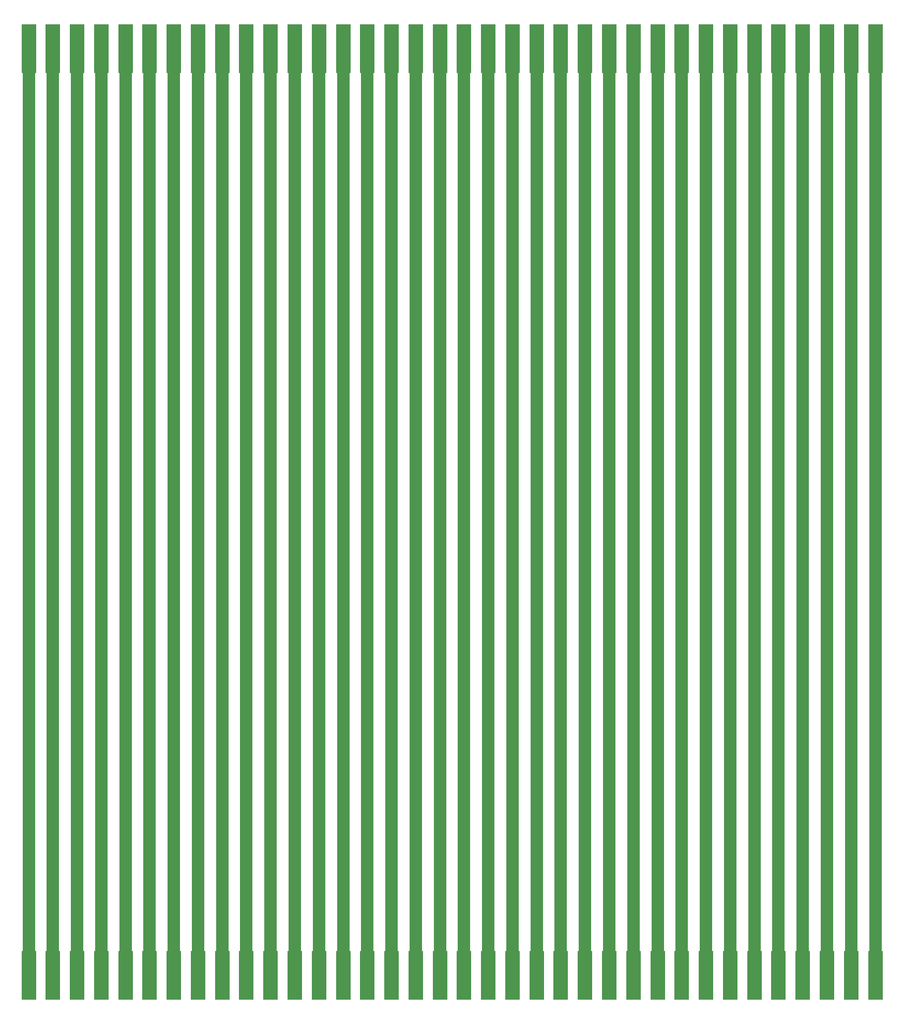
<source format=gtl>
G04 #@! TF.GenerationSoftware,KiCad,Pcbnew,5.1.12-84ad8e8a86~92~ubuntu20.04.1*
G04 #@! TF.CreationDate,2022-11-16T18:52:32-05:00*
G04 #@! TF.ProjectId,unipak-extender,756e6970-616b-42d6-9578-74656e646572,v1.0*
G04 #@! TF.SameCoordinates,Original*
G04 #@! TF.FileFunction,Copper,L1,Top*
G04 #@! TF.FilePolarity,Positive*
%FSLAX46Y46*%
G04 Gerber Fmt 4.6, Leading zero omitted, Abs format (unit mm)*
G04 Created by KiCad (PCBNEW 5.1.12-84ad8e8a86~92~ubuntu20.04.1) date 2022-11-16 18:52:32*
%MOMM*%
%LPD*%
G01*
G04 APERTURE LIST*
G04 #@! TA.AperFunction,SMDPad,CuDef*
%ADD10R,2.350000X8.000000*%
G04 #@! TD*
G04 #@! TA.AperFunction,Conductor*
%ADD11C,2.000000*%
G04 #@! TD*
G04 APERTURE END LIST*
D10*
X280520000Y-47294000D03*
X284480000Y-47294000D03*
X256760000Y-47294000D03*
X264680000Y-47294000D03*
X276560000Y-47294000D03*
X272600000Y-47294000D03*
X268640000Y-47294000D03*
X260720000Y-47294000D03*
X169640000Y-47294000D03*
X145880000Y-47294000D03*
X149840000Y-47294000D03*
X153800000Y-47294000D03*
X157760000Y-47294000D03*
X161720000Y-47294000D03*
X165680000Y-47294000D03*
X173600000Y-47294000D03*
X177560000Y-47294000D03*
X181520000Y-47294000D03*
X185480000Y-47294000D03*
X189440000Y-47294000D03*
X193400000Y-47294000D03*
X197360000Y-47294000D03*
X201320000Y-47294000D03*
X205280000Y-47294000D03*
X209240000Y-47294000D03*
X213200000Y-47294000D03*
X217160000Y-47294000D03*
X221120000Y-47294000D03*
X225080000Y-47294000D03*
X229040000Y-47294000D03*
X233000000Y-47294000D03*
X236960000Y-47294000D03*
X240920000Y-47294000D03*
X244880000Y-47294000D03*
X248840000Y-47294000D03*
X252800000Y-47294000D03*
X149840000Y-198882000D03*
X145880000Y-198882000D03*
X173600000Y-198882000D03*
X165680000Y-198882000D03*
X153800000Y-198882000D03*
X157760000Y-198882000D03*
X161720000Y-198882000D03*
X169640000Y-198882000D03*
X260720000Y-198882000D03*
X284480000Y-198882000D03*
X280520000Y-198882000D03*
X276560000Y-198882000D03*
X272600000Y-198882000D03*
X268640000Y-198882000D03*
X264680000Y-198882000D03*
X256760000Y-198882000D03*
X252800000Y-198882000D03*
X248840000Y-198882000D03*
X244880000Y-198882000D03*
X240920000Y-198882000D03*
X236960000Y-198882000D03*
X233000000Y-198882000D03*
X229040000Y-198882000D03*
X225080000Y-198882000D03*
X221120000Y-198882000D03*
X217160000Y-198882000D03*
X213200000Y-198882000D03*
X209240000Y-198882000D03*
X205280000Y-198882000D03*
X201320000Y-198882000D03*
X197360000Y-198882000D03*
X193400000Y-198882000D03*
X189440000Y-198882000D03*
X185480000Y-198882000D03*
X181520000Y-198882000D03*
X177560000Y-198882000D03*
D11*
X145880000Y-47294000D02*
X145880000Y-198882000D01*
X149840000Y-47294000D02*
X149840000Y-198882000D01*
X153800000Y-198882000D02*
X153800000Y-47294000D01*
X157760000Y-47294000D02*
X157760000Y-198882000D01*
X161720000Y-47294000D02*
X161720000Y-198882000D01*
X165680000Y-47294000D02*
X165680000Y-198882000D01*
X169640000Y-47294000D02*
X169640000Y-198882000D01*
X173600000Y-47294000D02*
X173600000Y-198882000D01*
X177560000Y-47294000D02*
X177560000Y-198882000D01*
X181520000Y-192882000D02*
X181520000Y-47294000D01*
X181520000Y-198882000D02*
X181520000Y-192882000D01*
X185480000Y-47294000D02*
X185480000Y-198882000D01*
X189440000Y-47294000D02*
X189440000Y-198882000D01*
X193400000Y-47294000D02*
X193400000Y-198882000D01*
X197360000Y-47294000D02*
X197360000Y-198882000D01*
X201320000Y-47294000D02*
X201320000Y-198882000D01*
X205280000Y-47294000D02*
X205280000Y-198882000D01*
X209240000Y-47294000D02*
X209240000Y-198882000D01*
X213200000Y-47294000D02*
X213200000Y-198882000D01*
X217160000Y-198882000D02*
X217160000Y-47294000D01*
X221120000Y-47294000D02*
X221120000Y-198882000D01*
X225080000Y-198882000D02*
X225080000Y-47294000D01*
X229040000Y-47294000D02*
X229040000Y-198882000D01*
X233000000Y-198882000D02*
X233000000Y-47294000D01*
X236960000Y-47294000D02*
X236960000Y-198882000D01*
X240920000Y-198882000D02*
X240920000Y-47294000D01*
X244880000Y-47294000D02*
X244880000Y-198882000D01*
X248840000Y-198882000D02*
X248840000Y-47294000D01*
X252800000Y-47294000D02*
X252800000Y-198882000D01*
X256760000Y-198882000D02*
X256760000Y-47294000D01*
X260720000Y-47294000D02*
X260720000Y-198882000D01*
X264680000Y-198882000D02*
X264680000Y-47294000D01*
X268640000Y-47294000D02*
X268640000Y-198882000D01*
X272600000Y-198882000D02*
X272600000Y-47294000D01*
X276560000Y-47294000D02*
X276560000Y-198882000D01*
X280520000Y-198882000D02*
X280520000Y-47294000D01*
X284480000Y-47294000D02*
X284480000Y-198882000D01*
M02*

</source>
